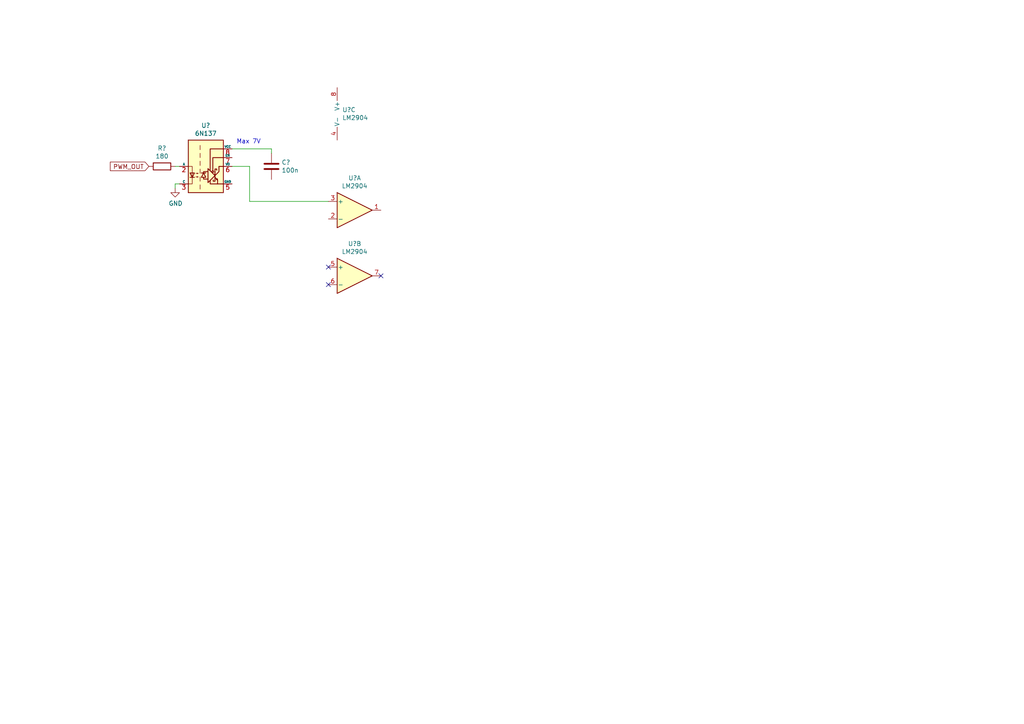
<source format=kicad_sch>
(kicad_sch (version 20211123) (generator eeschema)
  (paper "A4")
  (lib_symbols
    (symbol "Amplifier_Operational:LM2904" (pin_names (offset 0.127))
      (property "Reference" "U" (at 0 5.08 0))
      (property "Value" "LM2904" (at 0 -5.08 0))
      (symbol "LM2904_1_1"
        (polyline (pts (xy -5.08 5.08) (xy 5.08 0) (xy -5.08 -5.08) (xy -5.08 5.08)) (stroke (width 0.254)) (fill (type background)))
        (pin output line (at 7.62 0 180) (length 2.54) (name "~") (number "1"))
        (pin input line (at -7.62 -2.54 0) (length 2.54) (name "-") (number "2"))
        (pin input line (at -7.62 2.54 0) (length 2.54) (name "+") (number "3"))
      )
      (symbol "LM2904_2_1"
        (polyline (pts (xy -5.08 5.08) (xy 5.08 0) (xy -5.08 -5.08) (xy -5.08 5.08)) (stroke (width 0.254)) (fill (type background)))
        (pin input line (at -7.62 2.54 0) (length 2.54) (name "+") (number "5"))
        (pin input line (at -7.62 -2.54 0) (length 2.54) (name "-") (number "6"))
        (pin output line (at 7.62 0 180) (length 2.54) (name "~") (number "7"))
      )
      (symbol "LM2904_3_1"
        (pin power_in line (at -2.54 -7.62 90) (length 3.81) (name "V-") (number "4"))
        (pin power_in line (at -2.54 7.62 270) (length 3.81) (name "V+") (number "8"))
      )
    )
    (symbol "Device:C" (pin_numbers hide) (pin_names (offset 0.254))
      (property "Reference" "C" (at 0.635 2.54 0))
      (property "Value" "C" (at 0.635 -2.54 0))
      (symbol "C_0_1"
        (polyline (pts (xy -2.032 -0.762) (xy 2.032 -0.762)) (stroke (width 0.508)))
        (polyline (pts (xy -2.032 0.762) (xy 2.032 0.762)) (stroke (width 0.508)))
      )
      (symbol "C_1_1"
        (pin passive line (at 0 3.81 270) (length 2.794) (name "~") (number "1"))
        (pin passive line (at 0 -3.81 90) (length 2.794) (name "~") (number "2"))
      )
    )
    (symbol "Device:R" (pin_numbers hide) (pin_names (offset 0))
      (property "Reference" "R" (at 2.032 0 90))
      (property "Value" "R" (at 0 0 90))
      (symbol "R_0_1"
        (rectangle (start -1.016 -2.54) (end 1.016 2.54) (stroke (width 0.254)))
      )
      (symbol "R_1_1"
        (pin passive line (at 0 3.81 270) (length 1.27) (name "~") (number "1"))
        (pin passive line (at 0 -3.81 90) (length 1.27) (name "~") (number "2"))
      )
    )
    (symbol "Isolator:6N137" (pin_names (offset 0))
      (property "Reference" "U" (at -4.064 8.89 0))
      (property "Value" "6N137" (at 0 -8.89 0))
      (symbol "6N137_0_1"
        (polyline (pts (xy 2.667 -3.556) (xy 2.667 -1.651)) (stroke (width 0.254)))
        (polyline (pts (xy 2.667 -2.159) (xy 2.667 -2.921)) (stroke (width 0.254)))
        (polyline (pts (xy 3.429 -3.937) (xy 3.429 -5.08)) (stroke (width 0.254)))
        (polyline (pts (xy -0.635 -3.302) (xy -0.635 -3.683) (xy 0.635 -3.683)) (stroke (width 0.254)))
        (polyline (pts (xy -0.635 -1.905) (xy -0.635 -1.524) (xy 0.508 -1.524)) (stroke (width 0.254)))
        (polyline (pts (xy 1.27 -4.064) (xy 1.27 -5.08) (xy 5.08 -5.08)) (stroke (width 0.254)))
        (polyline (pts (xy 1.27 -1.27) (xy 1.27 5.08) (xy 5.08 5.08)) (stroke (width 0.254)))
        (polyline (pts (xy 2.032 -1.27) (xy 2.032 2.54) (xy 5.08 2.54)) (stroke (width 0.254)))
        (polyline (pts (xy -5.08 -5.08) (xy -3.937 -5.08) (xy -3.937 0) (xy -5.08 0)))
        (polyline (pts (xy 2.667 -3.302) (xy 2.667 -4.318) (xy 2.159 -4.318) (xy 2.159 -3.937)) (stroke (width 0.254)))
        (polyline (pts (xy 2.667 -2.667) (xy 0.635 -4.699) (xy 0.635 -0.635) (xy 2.667 -2.667)) (stroke (width 0.254)))
        (polyline (pts (xy 2.667 -1.778) (xy 2.667 -0.762) (xy 3.175 -0.762) (xy 3.175 -1.143)) (stroke (width 0.254)))
        (polyline (pts (xy 2.794 -2.54) (xy 3.81 -1.524) (xy 3.81 0) (xy 5.08 0)) (stroke (width 0.254)))
        (polyline (pts (xy 2.667 -3.175) (xy 3.429 -3.937) (xy 3.302 -3.556) (xy 3.048 -3.81) (xy 3.429 -3.937)) (stroke (width 0.254)))
        (circle (center 2.032 -1.524) (radius 0.254) (stroke (width 0.254)))
      )
      (symbol "6N137_1_1"
        (rectangle (start -5.08 7.62) (end 5.08 -7.62) (stroke (width 0.254)) (fill (type background)))
        (polyline (pts (xy -4.572 -3.175) (xy -3.302 -3.175)) (stroke (width 0.254)))
        (polyline (pts (xy -1.651 -5.334) (xy -1.651 -6.604)))
        (polyline (pts (xy -1.651 -3.048) (xy -1.651 -4.318)))
        (polyline (pts (xy -1.651 -0.762) (xy -1.651 -2.032)))
        (polyline (pts (xy -1.651 1.524) (xy -1.651 0.254)))
        (polyline (pts (xy -1.651 3.81) (xy -1.651 2.54)))
        (polyline (pts (xy -1.651 6.096) (xy -1.651 4.826)))
        (polyline (pts (xy -1.27 -1.905) (xy 0 -1.905)) (stroke (width 0.254)))
        (polyline (pts (xy -3.937 -3.175) (xy -4.572 -1.905) (xy -3.302 -1.905) (xy -3.937 -3.175)) (stroke (width 0.254)))
        (polyline (pts (xy -0.635 -1.905) (xy -1.27 -3.175) (xy 0 -3.175) (xy -0.635 -1.905)) (stroke (width 0.254)))
        (polyline (pts (xy -2.921 -3.048) (xy -2.159 -3.048) (xy -2.54 -3.175) (xy -2.54 -2.921) (xy -2.159 -3.048)) (stroke (width 0.127)))
        (polyline (pts (xy -2.921 -2.032) (xy -2.159 -2.032) (xy -2.54 -2.159) (xy -2.54 -1.905) (xy -2.159 -2.032)) (stroke (width 0.127)))
        (pin no_connect line (at -5.08 5.08 0) (length 2.54) hide (name "NC") (number "1"))
        (pin passive line (at -7.62 0 0) (length 2.54) (name "A") (number "2"))
        (pin passive line (at -7.62 -5.08 0) (length 2.54) (name "C") (number "3"))
        (pin power_in line (at 7.62 -5.08 180) (length 2.54) (name "GND") (number "5"))
        (pin open_collector line (at 7.62 0 180) (length 2.54) (name "VO") (number "6"))
        (pin input line (at 7.62 2.54 180) (length 2.54) (name "EN") (number "7"))
        (pin power_in line (at 7.62 5.08 180) (length 2.54) (name "VCC") (number "8"))
      )
    )
    (symbol "power:GND" (power) (pin_names (offset 0))
      (property "Value" "GND" (at 0 -3.81 0))
      (symbol "GND_0_1"
        (polyline (pts (xy 0 0) (xy 0 -1.27) (xy 1.27 -1.27) (xy 0 -2.54) (xy -1.27 -1.27) (xy 0 -1.27)))
      )
      (symbol "GND_1_1"
        (pin power_in line (at 0 0 270) (length 0) hide (name "GND") (number "1"))
      )
    )
  )
  (no_connect (at 95.25 77.47))
  (no_connect (at 95.25 82.55))
  (no_connect (at 110.49 80.01))
  (wire (pts (xy 78.74 43.18) (xy 67.31 43.18)))
  (wire (pts (xy 67.31 48.26) (xy 72.39 48.26)))
  (wire (pts (xy 72.39 48.26) (xy 72.39 58.42)))
  (wire (pts (xy 78.74 44.45) (xy 78.74 43.18)))
  (wire (pts (xy 52.07 53.34) (xy 50.8 53.34)))
  (wire (pts (xy 50.8 48.26) (xy 52.07 48.26)))
  (wire (pts (xy 50.8 53.34) (xy 50.8 54.61)))
  (wire (pts (xy 72.39 58.42) (xy 95.25 58.42)))
  (text "Max 7V\n" (at 68.58 41.91 0) (effects (font (size 1.27 1.27)) (justify left bottom)))
  (global_label "PWM_OUT" (shape input) (at 43.18 48.26 180) (property "Intersheet References" "${INTERSHEET_REFS}" (effects hide)))
  (symbol (lib_id "Isolator:6N137") (at 59.69 48.26 0) (unit 1)
    (property "Reference" "U?" (at 59.69 36.3982 0))
    (property "Value" "6N137" (at 59.69 38.7096 0))
    (property "Footprint" "Package_DIP:DIP-8_W7.62mm" (effects hide))
    (property "Datasheet" "https://docs.broadcom.com/docs/AV02-0940EN" (effects hide))
  )
  (symbol (lib_id "Device:R") (at 46.99 48.26 270) (unit 1)
    (property "Reference" "R?" (at 46.99 43.0022 90))
    (property "Value" "180" (at 46.99 45.3136 90))
    (property "Footprint" "Resistor_SMD:R_0603_1608Metric" (effects hide))
    (property "LCSC" "C22828" (effects hide))
  )
  (symbol (lib_id "power:GND") (at 50.8 54.61 0) (unit 1)
    (property "Reference" "#PWR?" (effects hide))
    (property "Value" "GND" (at 50.927 59.0042 0))
  )
  (symbol (lib_id "Device:C") (at 78.74 48.26 0) (unit 1)
    (property "Reference" "C?" (at 81.661 47.0916 0) (effects (justify left)))
    (property "Value" "100n" (at 81.661 49.403 0) (effects (justify left)))
    (property "Footprint" "Capacitor_SMD:C_0603_1608Metric" (effects hide))
    (property "Datasheet" "https://datasheet.lcsc.com/szlcsc/YAGEO-CC0603KRX7R9BB104_C14663.pdf" (effects hide))
    (property "LCSC" "C14663" (effects hide))
  )
  (symbol (lib_id "Amplifier_Operational:LM2904") (at 102.87 60.96 0) (unit 1)
    (property "Reference" "U?" (at 102.87 51.6382 0))
    (property "Value" "LM2904" (at 102.87 53.9496 0))
    (property "Datasheet" "http://www.ti.com/lit/ds/symlink/lm358.pdf" (effects hide))
  )
  (symbol (lib_id "Amplifier_Operational:LM2904") (at 102.87 80.01 0) (unit 2)
    (property "Reference" "U?" (at 102.87 70.6882 0))
    (property "Value" "LM2904" (at 102.87 72.9996 0))
    (property "Datasheet" "http://www.ti.com/lit/ds/symlink/lm358.pdf" (effects hide))
  )
  (symbol (lib_id "Amplifier_Operational:LM2904") (at 100.33 33.02 0) (unit 3)
    (property "Reference" "U?" (at 99.2632 31.8516 0) (effects (justify left)))
    (property "Value" "LM2904" (at 99.2632 34.163 0) (effects (justify left)))
    (property "Datasheet" "http://www.ti.com/lit/ds/symlink/lm358.pdf" (effects hide))
  )
)
</source>
